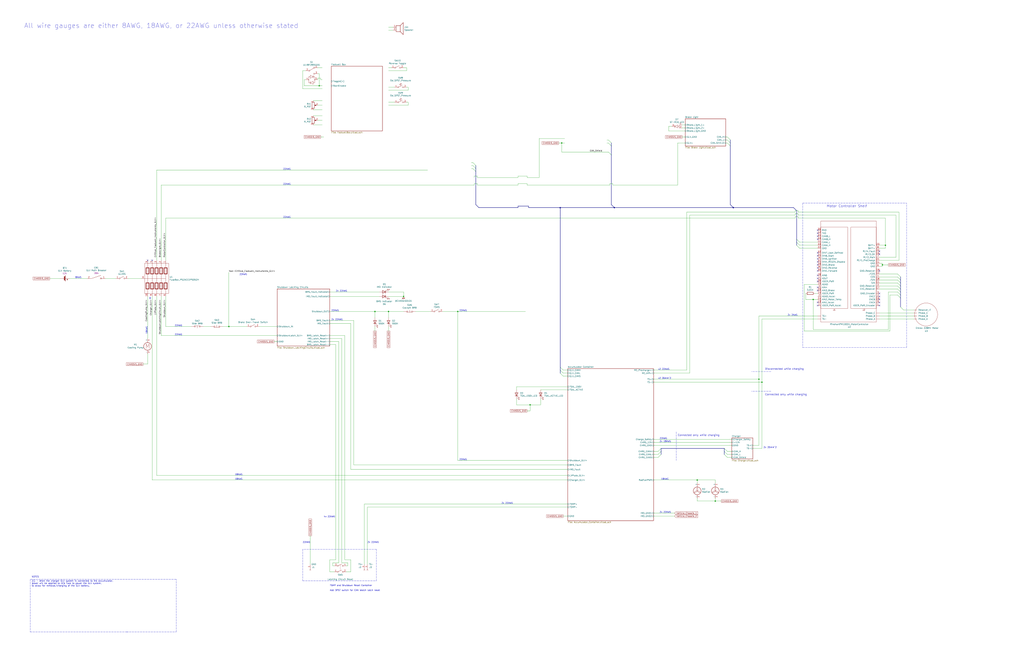
<source format=kicad_sch>
(kicad_sch (version 20211123) (generator eeschema)
  (paper "D")
  (title_block (title "NER FH 2020-2021 Master Electrical Schematic") (date "2022-01-30") (rev "15") (company "Northeastern Electric Racing") (comment 1 "https://github.com/Northeastern-Electric-Racing/NER") (comment 2 "For authors and other info, contact Chief Electrical Engineer"))
  (lib_symbols
    (symbol "Connector:Conn_01x01_Female" (pin_names (offset 1.016) hide)
      (property "Reference" "J" (at 0 2.54 0))
      (property "Value" "Conn_01x01_Female" (at 0 -2.54 0))
      (symbol "Conn_01x01_Female_1_1"
        (pin passive line (at -5.08 0 0) (length 3.81) (name "Pin_1") (number "1"))
      )
    )
    (symbol "Device:Battery_Cell" (pin_numbers hide) (pin_names (offset 0) hide)
      (property "Reference" "BT" (at 2.54 2.54 0))
      (property "Value" "Battery_Cell" (at 2.54 0 0))
      (symbol "Battery_Cell_1_1"
        (pin passive line (at 0 5.08 270) (length 2.54) (name "+") (number "1"))
        (pin passive line (at 0 -2.54 90) (length 2.54) (name "-") (number "2"))
      )
    )
    (symbol "Device:CircuitBreaker_1P"
      (property "Reference" "CB" (at 1.905 0 0))
      (property "Value" "CircuitBreaker_1P" (at 1.905 1.905 0))
      (symbol "CircuitBreaker_1P_1_1"
        (pin passive line (at 0 7.62 270) (length 2.54) (name "~") (number "1"))
        (pin passive line (at 0 -7.62 90) (length 2.54) (name "~") (number "2"))
      )
    )
    (symbol "Device:LED" (pin_numbers hide) (pin_names (offset 1.016) hide)
      (property "Reference" "D" (at 0 2.54 0))
      (property "Value" "LED" (at 0 -2.54 0))
      (symbol "LED_1_1"
        (pin passive line (at -3.81 0 0) (length 2.54) (name "K") (number "1"))
        (pin passive line (at 3.81 0 180) (length 2.54) (name "A") (number "2"))
      )
    )
    (symbol "Device:R" (pin_numbers hide) (pin_names (offset 0))
      (property "Reference" "R" (at 2.032 0 90))
      (property "Value" "R" (at 0 0 90))
      (symbol "R_1_1"
        (pin passive line (at 0 3.81 270) (length 1.27) (name "~") (number "1"))
        (pin passive line (at 0 -3.81 90) (length 1.27) (name "~") (number "2"))
      )
    )
    (symbol "Device:R_POT" (pin_names (offset 1.016) hide)
      (property "Reference" "RV" (at -4.445 0 90))
      (property "Value" "Device_R_POT" (at -2.54 0 90))
      (symbol "R_POT_1_1"
        (pin passive line (at 0 3.81 270) (length 1.27) (name "1") (number "1"))
        (pin passive line (at 3.81 0 180) (length 1.27) (name "2") (number "2"))
        (pin passive line (at 0 -3.81 90) (length 1.27) (name "3") (number "3"))
      )
    )
    (symbol "Device:Speaker" (pin_names (offset 0) hide)
      (property "Reference" "LS" (at 1.27 5.715 0))
      (property "Value" "Speaker" (at 1.27 3.81 0))
      (symbol "Speaker_1_1"
        (pin input line (at -5.08 0 0) (length 2.54) (name "1") (number "1"))
        (pin input line (at -5.08 -2.54 0) (length 2.54) (name "2") (number "2"))
      )
    )
    (symbol "Motor:Fan" (pin_names (offset 0))
      (property "Reference" "M" (at 2.54 5.08 0))
      (property "Value" "Fan" (at 2.54 -2.54 0))
      (symbol "Fan_1_1"
        (pin passive line (at 0 7.62 270) (length 2.54) (name "+") (number "1"))
        (pin passive line (at 0 -5.08 90) (length 2.54) (name "-") (number "2"))
      )
    )
    (symbol "Motor:Motor_DC" (pin_names (offset 0))
      (property "Reference" "M" (at 2.54 2.54 0))
      (property "Value" "Motor_DC" (at 2.54 -5.08 0))
      (symbol "Motor_DC_1_1"
        (pin passive line (at 0 5.08 270) (length 2.54) (name "+") (number "1"))
        (pin passive line (at 0 -7.62 90) (length 2.54) (name "-") (number "2"))
      )
    )
    (symbol "NER:Emrax228HV_Motor" (pin_names (offset 1.016))
      (property "Reference" "U" (at 0 3.81 0))
      (property "Value" "NER_Emrax228HV_Motor" (at 0 1.27 0))
      (symbol "Emrax228HV_Motor_1_1"
        (pin input line (at -10.16 -6.35 0) (length 2.54) (name "Phase_A") (number "~"))
        (pin input line (at -10.16 -8.89 0) (length 2.54) (name "Phase_B") (number "~"))
        (pin input line (at -10.16 -11.43 0) (length 2.54) (name "Phase_C") (number "~"))
        (pin input line (at -10.16 -13.97 0) (length 2.54) (name "Resolver_IF") (number "~"))
      )
    )
    (symbol "NER:FuseBox_PSZACCEPS052H" (pin_names (offset 1.016))
      (property "Reference" "U" (at 0 3.81 0))
      (property "Value" "NER_FuseBox_PSZACCEPS052H" (at 0 1.27 0))
      (symbol "FuseBox_PSZACCEPS052H_1_1"
        (pin power_in line (at 0 -22.86 90) (length 2.54) (name "~") (number "0"))
        (pin power_out line (at -15.24 -2.54 0) (length 2.54) (name "~") (number "1"))
        (pin power_out line (at 15.24 -17.78 180) (length 2.54) (name "~") (number "10"))
        (pin power_out line (at -15.24 -6.35 0) (length 2.54) (name "~") (number "2"))
        (pin power_out line (at -15.24 -10.16 0) (length 2.54) (name "~") (number "3"))
        (pin power_out line (at -15.24 -13.97 0) (length 2.54) (name "~") (number "4"))
        (pin power_out line (at -15.24 -17.78 0) (length 2.54) (name "~") (number "5"))
        (pin power_out line (at 15.24 -2.54 180) (length 2.54) (name "~") (number "6"))
        (pin power_out line (at 15.24 -6.35 180) (length 2.54) (name "~") (number "7"))
        (pin power_out line (at 15.24 -10.16 180) (length 2.54) (name "~") (number "8"))
        (pin power_out line (at 15.24 -13.97 180) (length 2.54) (name "~") (number "9"))
      )
    )
    (symbol "NER:RinehartPM100DX_MotorController" (pin_names (offset 1.016))
      (property "Reference" "U" (at 0 3.81 0))
      (property "Value" "NER_RinehartPM100DX_MotorController" (at 0 1.27 0))
      (symbol "RinehartPM100DX_MotorController_0_0"
        (text "J1" (at -12.7 -10.16 0) (effects (font (size 1.27 1.27))))
        (text "J2 " (at 12.7 -10.16 0) (effects (font (size 1.27 1.27))))
      )
      (symbol "RinehartPM100DX_MotorController_1_1"
        (pin input line (at -26.67 -13.97 0) (length 2.54) (name "XDCR_PWR_Accel") (number "1"))
        (pin input line (at 25.4 -13.97 180) (length 2.54) (name "XDCR_PWR_Encoder") (number "1"))
        (pin input line (at -26.67 -67.31 0) (length 2.54) (name "CANA_L") (number "11"))
        (pin input line (at 25.4 -33.02 180) (length 2.54) (name "SIN") (number "11"))
        (pin input line (at 25.4 -40.64 180) (length 2.54) (name "/COS") (number "12"))
        (pin input line (at -26.67 -74.93 0) (length 2.54) (name "TXD") (number "12"))
        (pin input line (at -26.67 -16.51 0) (length 2.54) (name "AIN1_Accel") (number "13"))
        (pin input line (at 25.4 -49.53 180) (length 2.54) (name "GND") (number "14"))
        (pin input line (at -26.67 -24.13 0) (length 2.54) (name "XDCR_PWR") (number "14"))
        (pin input line (at -26.67 -31.75 0) (length 2.54) (name "AGND") (number "15"))
        (pin output line (at 25.4 -57.15 180) (length 2.54) (name "RLY3_OK") (number "15"))
        (pin input line (at -26.67 -39.37 0) (length 2.54) (name "AIN6") (number "16"))
        (pin input line (at 25.4 -19.05 180) (length 2.54) (name "ENCB") (number "16"))
        (pin output line (at 25.4 -27.94 180) (length 2.54) (name "EXC_Resolver") (number "17"))
        (pin input line (at 25.4 -35.56 180) (length 2.54) (name "/SIN") (number "18"))
        (pin input line (at 25.4 -43.18 180) (length 2.54) (name "GND_Resolver") (number "19"))
        (pin input line (at -26.67 -21.59 0) (length 2.54) (name "AGND_Accel") (number "2"))
        (pin input line (at 25.4 -21.59 180) (length 2.54) (name "ENCZ") (number "2"))
        (pin input line (at -26.67 -48.26 0) (length 2.54) (name "DIN3_Brake") (number "20"))
        (pin input line (at -26.67 -55.88 0) (length 2.54) (name "DIN6_Start") (number "21"))
        (pin output line (at 25.4 -52.07 180) (length 2.54) (name "RLY1_PreCharge") (number "21"))
        (pin input line (at -26.67 -62.23 0) (length 2.54) (name "GND") (number "22"))
        (pin output line (at 25.4 -59.69 180) (length 2.54) (name "RLY4_Fault") (number "22"))
        (pin input line (at 25.4 -64.77 180) (length 2.54) (name "BATT+") (number "23"))
        (pin input line (at -26.67 -69.85 0) (length 2.54) (name "CANB_H") (number "23"))
        (pin input line (at -26.67 -19.05 0) (length 2.54) (name "AIN2_Motor_Temp") (number "24"))
        (pin input line (at -26.67 -26.67 0) (length 2.54) (name "AIN3_Brake") (number "25"))
        (pin input line (at -26.67 -34.29 0) (length 2.54) (name "XDCR_PWR") (number "26"))
        (pin input line (at -26.67 -29.21 0) (length 2.54) (name "AIN4") (number "3"))
        (pin input line (at 25.4 -24.13 180) (length 2.54) (name "GND_Encoder") (number "3"))
        (pin input line (at 25.4 -30.48 180) (length 2.54) (name "GND_Resolver") (number "3"))
        (pin input line (at -26.67 -43.18 0) (length 2.54) (name "DIN1_Forward") (number "30"))
        (pin input line (at -26.67 -50.8 0) (length 2.54) (name "DIN4_REGEN_Disable") (number "31"))
        (pin input line (at -26.67 -58.42 0) (length 2.54) (name "DIN7_User_Defined") (number "32"))
        (pin input line (at -26.67 -64.77 0) (length 2.54) (name "CANA_H") (number "33"))
        (pin input line (at -26.67 -72.39 0) (length 2.54) (name "CANB_L") (number "34"))
        (pin input line (at -26.67 -77.47 0) (length 2.54) (name "RXD") (number "35"))
        (pin input line (at -26.67 -36.83 0) (length 2.54) (name "AOUT") (number "4"))
        (pin input line (at 25.4 -38.1 180) (length 2.54) (name "COS") (number "4"))
        (pin input line (at 25.4 -46.99 180) (length 2.54) (name "GND") (number "6"))
        (pin output line (at 25.4 -54.61 180) (length 2.54) (name "RLY2_Main") (number "7"))
        (pin input line (at 25.4 -62.23 180) (length 2.54) (name "BATT+") (number "8"))
        (pin input line (at -26.67 -45.72 0) (length 2.54) (name "DIN2_Reverse") (number "8"))
        (pin input line (at -26.67 -53.34 0) (length 2.54) (name "DIN5_Ignition") (number "9"))
        (pin input line (at 25.4 -16.51 180) (length 2.54) (name "ENCA") (number "9"))
        (pin output line (at 25.4 -2.54 180) (length 2.54) (name "Phase_A") (number "~"))
        (pin output line (at 25.4 -5.08 180) (length 2.54) (name "Phase_B") (number "~"))
        (pin output line (at 25.4 -7.62 180) (length 2.54) (name "Phase_C") (number "~"))
        (pin input line (at -26.67 -5.08 0) (length 2.54) (name "TS+") (number "~"))
        (pin input line (at -26.67 -2.54 0) (length 2.54) (name "TS-") (number "~"))
      )
    )
    (symbol "NER:ST-R10_LED" (pin_names (offset 0) hide)
      (property "Reference" "D" (at 0 2.54 0))
      (property "Value" "NER_ST-R10_LED" (at 0 -3.81 0))
      (symbol "ST-R10_LED_1_1"
        (pin bidirectional line (at 3.81 1.27 180) (length 2.54) (name "+") (number "1"))
        (pin bidirectional line (at 3.81 -1.27 180) (length 2.54) (name "+") (number "2"))
        (pin bidirectional line (at -5.08 0 0) (length 2.54) (name "-") (number "3"))
      )
    )
    (symbol "NER:ULV8F2BSS331" (pin_names (offset 0) hide)
      (property "Reference" "S" (at 0 10.16 0))
      (property "Value" "NER_ULV8F2BSS331" (at 0 -8.89 0))
      (symbol "ULV8F2BSS331_1_1"
        (pin passive line (at 5.08 7.62 180) (length 2.54) (name "A") (number "1"))
        (pin passive line (at -5.08 5.08 0) (length 2.54) (name "B") (number "2"))
        (pin passive line (at 5.08 2.54 180) (length 2.54) (name "C") (number "3"))
        (pin bidirectional line (at -5.08 -2.54 0) (length 2.54) (name "LED(+)") (number "4"))
        (pin bidirectional line (at 5.08 -2.54 180) (length 2.54) (name "LED(-)") (number "5"))
      )
    )
    (symbol "Switch:SW_DPST" (pin_names (offset 0) hide)
      (property "Reference" "SW" (at 0 5.08 0))
      (property "Value" "SW_DPST" (at 0 -5.08 0))
      (symbol "SW_DPST_1_1"
        (pin passive line (at -5.08 -2.54 0) (length 2.54) (name "1") (number "1"))
        (pin passive line (at 5.08 -2.54 180) (length 2.54) (name "2") (number "2"))
        (pin passive line (at -5.08 2.54 0) (length 2.54) (name "3") (number "3"))
        (pin passive line (at 5.08 2.54 180) (length 2.54) (name "4") (number "4"))
      )
    )
    (symbol "Switch:SW_Push_Open" (pin_numbers hide) (pin_names (offset 1.016) hide)
      (property "Reference" "SW" (at 0 2.54 0))
      (property "Value" "SW_Push_Open" (at 0 -1.905 0))
      (symbol "SW_Push_Open_0_1"
        (pin passive line (at -5.08 0 0) (length 2.54) (name "A") (number "1"))
      )
      (symbol "SW_Push_Open_1_1"
        (pin passive line (at 5.08 0 180) (length 2.54) (name "B") (number "2"))
      )
    )
    (symbol "Switch:SW_SPST" (pin_names (offset 0) hide)
      (property "Reference" "SW" (at 0 3.175 0))
      (property "Value" "SW_SPST" (at 0 -2.54 0))
      (symbol "SW_SPST_1_1"
        (pin passive line (at -5.08 0 0) (length 2.54) (name "A") (number "1"))
        (pin passive line (at 5.08 0 180) (length 2.54) (name "B") (number "2"))
      )
    )
    (symbol "Switch:SW_SPST_Temperature" (pin_names (offset 0) hide)
      (property "Reference" "SW" (at 1.778 3.048 0))
      (property "Value" "SW_SPST_Temperature" (at 0 -2.54 0))
      (symbol "SW_SPST_Temperature_1_1"
        (pin passive line (at -5.08 0 0) (length 2.54) (name "A") (number "1"))
        (pin passive line (at 5.08 0 180) (length 2.54) (name "B") (number "2"))
      )
    )
    (symbol "power:GNDPWR" (power) (pin_names (offset 0))
      (property "Value" "GNDPWR" (at 0 -3.302 0))
      (symbol "GNDPWR_1_1"
        (pin power_in line (at 0 0 270) (length 0) hide (name "GNDPWR") (number "1"))
      )
    )
  )
  (junction (at 618.49 175.26))
  (junction (at 518.16 175.26))
  (junction (at 603.25 422.91))
  (junction (at 685.8 252.73))
  (junction (at 269.24 72.39))
  (junction (at 340.36 250.19))
  (junction (at 316.23 262.89))
  (junction (at 193.04 275.59))
  (junction (at 447.04 341.63))
  (junction (at 473.71 120.65))
  (junction (at 472.44 175.26))
  (junction (at 588.01 405.13))
  (junction (at 327.66 262.89))
  (junction (at 744.22 223.52))
  (junction (at 746.76 207.01))
  (junction (at 640.08 320.04))
  (junction (at 642.62 322.58))
  (junction (at 386.08 262.89))
  (no_connect (at 741.68 257.81))
  (no_connect (at 689.61 226.06))
  (no_connect (at 689.61 194.31))
  (no_connect (at 689.61 215.9))
  (no_connect (at 741.68 247.65))
  (no_connect (at 689.61 242.57))
  (no_connect (at 689.61 234.95))
  (no_connect (at 689.61 228.6))
  (no_connect (at 689.61 220.98))
  (no_connect (at 689.61 245.11))
  (no_connect (at 689.61 257.81))
  (no_connect (at 689.61 218.44))
  (no_connect (at 689.61 201.93))
  (no_connect (at 689.61 232.41))
  (no_connect (at 689.61 223.52))
  (no_connect (at 741.68 250.19))
  (no_connect (at 741.68 214.63))
  (no_connect (at 741.68 252.73))
  (no_connect (at 128.27 219.71))
  (no_connect (at 124.46 219.71))
  (no_connect (at 741.68 228.6))
  (no_connect (at 741.68 255.27))
  (no_connect (at 689.61 199.39))
  (no_connect (at 689.61 196.85))
  (no_connect (at 689.61 213.36))
  (no_connect (at 689.61 237.49))
  (no_connect (at 689.61 255.27))
  (no_connect (at 741.68 212.09))
  (bus_entry (at 756.92 246.38) (size 2.54 2.54))
  (bus_entry (at 756.92 243.84) (size 2.54 2.54))
  (bus_entry (at 756.92 236.22) (size 2.54 2.54))
  (bus_entry (at 674.37 209.55) (size -2.54 -2.54))
  (bus_entry (at 610.87 381) (size 2.54 2.54))
  (bus_entry (at 674.37 207.01) (size -2.54 -2.54))
  (bus_entry (at 554.99 386.08) (size 2.54 -2.54))
  (bus_entry (at 762 261.62) (size -2.54 -2.54))
  (bus_entry (at 756.92 248.92) (size 2.54 2.54))
  (bus_entry (at 474.98 317.5) (size -2.54 -2.54))
  (bus_entry (at 615.95 118.11) (size -2.54 -2.54))
  (bus_entry (at 756.92 241.3) (size 2.54 2.54))
  (bus_entry (at 513.08 128.27) (size 2.54 2.54))
  (bus_entry (at 398.78 142.24) (size 2.54 2.54))
  (bus_entry (at 513.08 118.11) (size 2.54 2.54))
  (bus_entry (at 474.98 312.42) (size -2.54 -2.54))
  (bus_entry (at 671.83 201.93) (size 2.54 2.54))
  (bus_entry (at 756.92 238.76) (size 2.54 2.54))
  (bus_entry (at 554.99 381) (size 2.54 -2.54))
  (bus_entry (at 398.78 139.7) (size 2.54 2.54))
  (bus_entry (at 756.92 231.14) (size 2.54 2.54))
  (bus_entry (at 613.41 381) (size -2.54 -2.54))
  (bus_entry (at 513.08 120.65) (size 2.54 2.54))
  (bus_entry (at 613.41 120.65) (size 2.54 2.54))
  (bus_entry (at 557.53 381) (size -2.54 2.54))
  (bus_entry (at 472.44 312.42) (size 2.54 2.54))
  (bus_entry (at 756.92 233.68) (size 2.54 2.54))
  (bus_entry (at 398.78 137.16) (size 2.54 2.54))
  (bus_entry (at 613.41 118.11) (size 2.54 2.54))
  (bus_entry (at 613.41 386.08) (size -2.54 -2.54))
  (bus (pts (xy 615.95 123.19) (xy 615.95 172.72)))
  (wire (pts (xy 741.68 217.17) (xy 755.65 217.17)))
  (bus (pts (xy 610.87 381) (xy 610.87 383.54)))
  (polyline (pts (xy 676.91 293.37) (xy 764.54 293.37)))
  (wire (pts (xy 447.04 341.63) (xy 447.04 346.71)))
  (wire (pts (xy 551.18 322.58) (xy 642.62 322.58)))
  (wire (pts (xy 267.97 66.04) (xy 270.51 66.04)))
  (wire (pts (xy 295.91 273.05) (xy 278.13 273.05)))
  (wire (pts (xy 588.01 405.13) (xy 603.25 405.13)))
  (wire (pts (xy 741.68 209.55) (xy 746.76 209.55)))
  (wire (pts (xy 478.79 425.45) (xy 307.34 425.45)))
  (bus (pts (xy 557.53 381) (xy 557.53 383.54)))
  (wire (pts (xy 342.9 86.36) (xy 344.17 86.36)))
  (wire (pts (xy 741.68 224.79) (xy 744.22 224.79)))
  (wire (pts (xy 288.29 285.75) (xy 288.29 474.98)))
  (wire (pts (xy 264.16 105.41) (xy 271.78 105.41)))
  (wire (pts (xy 193.04 275.59) (xy 208.28 275.59)))
  (polyline (pts (xy 148.59 488.95) (xy 25.4 488.95)))
  (bus (pts (xy 671.83 177.8) (xy 671.83 201.93)))
  (wire (pts (xy 436.88 156.21) (xy 436.88 154.94)))
  (bus (pts (xy 615.95 172.72) (xy 618.49 175.26)))
  (wire (pts (xy 744.22 222.25) (xy 744.22 223.52)))
  (wire (pts (xy 316.23 267.97) (xy 316.23 262.89)))
  (bus (pts (xy 671.83 201.93) (xy 671.83 204.47)))
  (bus (pts (xy 610.87 378.46) (xy 610.87 381)))
  (wire (pts (xy 271.78 74.93) (xy 255.27 74.93)))
  (wire (pts (xy 551.18 370.84) (xy 617.22 370.84)))
  (wire (pts (xy 444.5 148.59) (xy 444.5 149.86)))
  (wire (pts (xy 444.5 154.94) (xy 444.5 156.21)))
  (wire (pts (xy 397.51 142.24) (xy 398.78 142.24)))
  (wire (pts (xy 741.68 207.01) (xy 746.76 207.01)))
  (wire (pts (xy 750.57 248.92) (xy 756.92 248.92)))
  (bus (pts (xy 436.88 173.99) (xy 445.77 173.99)))
  (wire (pts (xy 516.89 156.21) (xy 571.5 156.21)))
  (wire (pts (xy 327.66 86.36) (xy 332.74 86.36)))
  (wire (pts (xy 128.27 250.19) (xy 128.27 405.13)))
  (wire (pts (xy 344.17 88.9) (xy 327.66 88.9)))
  (wire (pts (xy 400.05 156.21) (xy 400.05 154.94)))
  (bus (pts (xy 515.62 120.65) (xy 515.62 123.19)))
  (wire (pts (xy 107.95 234.95) (xy 119.38 234.95)))
  (bus (pts (xy 759.46 233.68) (xy 759.46 236.22)))
  (bus (pts (xy 759.46 236.22) (xy 759.46 238.76)))
  (wire (pts (xy 474.98 435.61) (xy 478.79 435.61)))
  (wire (pts (xy 344.17 73.66) (xy 344.17 76.2)))
  (wire (pts (xy 267.97 62.23) (xy 269.24 62.23)))
  (bus (pts (xy 401.32 142.24) (xy 401.32 144.78)))
  (wire (pts (xy 261.62 452.12) (xy 261.62 476.25)))
  (wire (pts (xy 685.8 252.73) (xy 685.8 278.13)))
  (wire (pts (xy 340.36 57.15) (xy 342.9 57.15)))
  (wire (pts (xy 267.97 57.15) (xy 271.78 57.15)))
  (wire (pts (xy 577.85 120.65) (xy 571.5 120.65)))
  (wire (pts (xy 264.16 92.71) (xy 271.78 92.71)))
  (wire (pts (xy 673.1 179.07) (xy 758.19 179.07)))
  (wire (pts (xy 635 378.46) (xy 642.62 378.46)))
  (wire (pts (xy 617.22 381) (xy 613.41 381)))
  (wire (pts (xy 280.67 477.52) (xy 280.67 474.98)))
  (bus (pts (xy 445.77 175.26) (xy 472.44 175.26)))
  (wire (pts (xy 455.93 336.55) (xy 455.93 341.63)))
  (wire (pts (xy 132.08 401.32) (xy 478.79 401.32)))
  (wire (pts (xy 758.19 179.07) (xy 758.19 219.71)))
  (bus (pts (xy 472.44 309.88) (xy 472.44 312.42)))
  (bus (pts (xy 515.62 172.72) (xy 518.16 175.26)))
  (wire (pts (xy 402.59 156.21) (xy 436.88 156.21)))
  (wire (pts (xy 670.56 179.07) (xy 670.56 177.8)))
  (wire (pts (xy 278.13 262.89) (xy 316.23 262.89)))
  (wire (pts (xy 128.27 405.13) (xy 478.79 405.13)))
  (wire (pts (xy 132.08 143.51) (xy 360.68 143.51)))
  (wire (pts (xy 762 261.62) (xy 770.89 261.62)))
  (wire (pts (xy 139.7 275.59) (xy 161.29 275.59)))
  (wire (pts (xy 478.79 392.43) (xy 298.45 392.43)))
  (wire (pts (xy 295.91 396.24) (xy 478.79 396.24)))
  (wire (pts (xy 741.68 269.24) (xy 770.89 269.24)))
  (wire (pts (xy 563.88 110.49) (xy 563.88 106.68)))
  (bus (pts (xy 618.49 175.26) (xy 669.29 175.26)))
  (bus (pts (xy 472.44 312.42) (xy 472.44 314.96)))
  (wire (pts (xy 617.22 383.54) (xy 613.41 383.54)))
  (wire (pts (xy 551.18 381) (xy 554.99 381)))
  (wire (pts (xy 746.76 207.01) (xy 746.76 209.55)))
  (polyline (pts (xy 764.54 293.37) (xy 764.54 171.45)))
  (wire (pts (xy 741.68 222.25) (xy 744.22 222.25)))
  (wire (pts (xy 139.7 184.15) (xy 139.7 219.71)))
  (wire (pts (xy 478.79 314.96) (xy 474.98 314.96)))
  (wire (pts (xy 588.01 422.91) (xy 603.25 422.91)))
  (wire (pts (xy 88.9 234.95) (xy 97.79 234.95)))
  (bus (pts (xy 759.46 243.84) (xy 759.46 246.38)))
  (wire (pts (xy 689.61 209.55) (xy 674.37 209.55)))
  (wire (pts (xy 473.71 120.65) (xy 476.25 120.65)))
  (wire (pts (xy 670.56 181.61) (xy 670.56 180.34)))
  (wire (pts (xy 581.66 181.61) (xy 581.66 314.96)))
  (polyline (pts (xy 650.24 313.69) (xy 633.73 313.69)))
  (bus (pts (xy 557.53 378.46) (xy 610.87 378.46)))
  (wire (pts (xy 350.52 262.89) (xy 363.22 262.89)))
  (wire (pts (xy 402.59 148.59) (xy 400.05 148.59)))
  (bus (pts (xy 759.46 241.3) (xy 759.46 243.84)))
  (wire (pts (xy 741.68 264.16) (xy 770.89 264.16)))
  (bus (pts (xy 759.46 251.46) (xy 759.46 259.08)))
  (wire (pts (xy 402.59 149.86) (xy 436.88 149.86)))
  (wire (pts (xy 255.27 59.69) (xy 255.27 74.93)))
  (wire (pts (xy 454.66 116.84) (xy 454.66 149.86)))
  (bus (pts (xy 671.83 177.8) (xy 669.29 175.26)))
  (polyline (pts (xy 255.27 463.55) (xy 255.27 490.22)))
  (wire (pts (xy 444.5 156.21) (xy 514.35 156.21)))
  (wire (pts (xy 478.79 317.5) (xy 474.98 317.5)))
  (wire (pts (xy 342.9 73.66) (xy 344.17 73.66)))
  (wire (pts (xy 278.13 250.19) (xy 320.04 250.19)))
  (wire (pts (xy 670.56 182.88) (xy 673.1 182.88)))
  (wire (pts (xy 551.18 314.96) (xy 581.66 314.96)))
  (wire (pts (xy 135.89 156.21) (xy 135.89 219.71)))
  (wire (pts (xy 285.75 288.29) (xy 285.75 474.98)))
  (bus (pts (xy 557.53 378.46) (xy 557.53 381)))
  (wire (pts (xy 283.21 290.83) (xy 283.21 472.44)))
  (wire (pts (xy 678.18 279.4) (xy 750.57 279.4)))
  (wire (pts (xy 746.76 184.15) (xy 746.76 207.01)))
  (wire (pts (xy 579.12 179.07) (xy 670.56 179.07)))
  (wire (pts (xy 455.93 328.93) (xy 478.79 328.93)))
  (wire (pts (xy 447.04 341.63) (xy 435.61 341.63)))
  (wire (pts (xy 295.91 273.05) (xy 295.91 396.24)))
  (wire (pts (xy 316.23 279.4) (xy 316.23 275.59)))
  (wire (pts (xy 218.44 275.59) (xy 233.68 275.59)))
  (wire (pts (xy 139.7 184.15) (xy 670.56 184.15)))
  (wire (pts (xy 603.25 405.13) (xy 603.25 407.67)))
  (wire (pts (xy 435.61 326.39) (xy 478.79 326.39)))
  (wire (pts (xy 295.91 472.44) (xy 290.83 472.44)))
  (wire (pts (xy 551.18 435.61) (xy 568.96 435.61)))
  (wire (pts (xy 327.66 246.38) (xy 340.36 246.38)))
  (wire (pts (xy 551.18 386.08) (xy 554.99 386.08)))
  (wire (pts (xy 603.25 422.91) (xy 608.33 422.91)))
  (wire (pts (xy 673.1 180.34) (xy 673.1 181.61)))
  (wire (pts (xy 679.45 247.65) (xy 679.45 252.73)))
  (polyline (pts (xy 106.68 533.4) (xy 148.59 533.4)))
  (wire (pts (xy 373.38 262.89) (xy 386.08 262.89)))
  (wire (pts (xy 689.61 247.65) (xy 687.07 247.65)))
  (wire (pts (xy 271.78 67.31) (xy 270.51 67.31)))
  (wire (pts (xy 435.61 326.39) (xy 435.61 328.93)))
  (wire (pts (xy 280.67 474.98) (xy 285.75 474.98)))
  (wire (pts (xy 750.57 279.4) (xy 750.57 248.92)))
  (wire (pts (xy 603.25 420.37) (xy 603.25 422.91)))
  (wire (pts (xy 571.5 156.21) (xy 571.5 120.65)))
  (wire (pts (xy 673.1 177.8) (xy 673.1 179.07)))
  (wire (pts (xy 307.34 425.45) (xy 307.34 476.25)))
  (wire (pts (xy 744.22 223.52) (xy 744.22 224.79)))
  (polyline (pts (xy 676.91 171.45) (xy 764.54 171.45)))
  (bus (pts (xy 671.83 204.47) (xy 671.83 207.01)))
  (polyline (pts (xy 25.4 533.4) (xy 107.95 533.4)))
  (wire (pts (xy 551.18 312.42) (xy 579.12 312.42)))
  (wire (pts (xy 292.1 477.52) (xy 293.37 477.52)))
  (wire (pts (xy 551.18 373.38) (xy 617.22 373.38)))
  (wire (pts (xy 741.68 266.7) (xy 770.89 266.7)))
  (wire (pts (xy 344.17 76.2) (xy 327.66 76.2)))
  (wire (pts (xy 642.62 378.46) (xy 642.62 322.58)))
  (bus (pts (xy 401.32 172.72) (xy 403.86 175.26)))
  (wire (pts (xy 278.13 288.29) (xy 285.75 288.29)))
  (wire (pts (xy 551.18 433.07) (xy 568.96 433.07)))
  (wire (pts (xy 342.9 59.69) (xy 327.66 59.69)))
  (wire (pts (xy 640.08 320.04) (xy 640.08 375.92)))
  (wire (pts (xy 264.16 97.79) (xy 271.78 97.79)))
  (polyline (pts (xy 255.27 490.22) (xy 317.5 490.22)))
  (polyline (pts (xy 25.4 488.95) (xy 25.4 533.4)))
  (wire (pts (xy 577.85 115.57) (xy 575.31 115.57)))
  (wire (pts (xy 670.56 180.34) (xy 673.1 180.34)))
  (wire (pts (xy 309.88 427.99) (xy 478.79 427.99)))
  (wire (pts (xy 436.88 154.94) (xy 444.5 154.94)))
  (polyline (pts (xy 676.91 171.45) (xy 676.91 293.37)))
  (wire (pts (xy 327.66 22.86) (xy 331.47 22.86)))
  (wire (pts (xy 139.7 250.19) (xy 139.7 275.59)))
  (wire (pts (xy 386.08 388.62) (xy 478.79 388.62)))
  (wire (pts (xy 340.36 246.38) (xy 340.36 250.19)))
  (wire (pts (xy 273.05 115.57) (xy 270.51 115.57)))
  (bus (pts (xy 759.46 248.92) (xy 759.46 251.46)))
  (wire (pts (xy 295.91 472.44) (xy 295.91 482.6)))
  (wire (pts (xy 327.66 250.19) (xy 340.36 250.19)))
  (wire (pts (xy 575.31 107.95) (xy 577.85 107.95)))
  (wire (pts (xy 327.66 279.4) (xy 327.66 275.59)))
  (wire (pts (xy 673.1 184.15) (xy 746.76 184.15)))
  (wire (pts (xy 513.08 128.27) (xy 473.71 128.27)))
  (wire (pts (xy 642.62 269.24) (xy 642.62 322.58)))
  (wire (pts (xy 327.66 57.15) (xy 330.2 57.15)))
  (wire (pts (xy 635 375.92) (xy 640.08 375.92)))
  (wire (pts (xy 342.9 57.15) (xy 342.9 59.69)))
  (wire (pts (xy 278.13 270.51) (xy 298.45 270.51)))
  (wire (pts (xy 476.25 116.84) (xy 454.66 116.84)))
  (wire (pts (xy 588.01 420.37) (xy 588.01 422.91)))
  (wire (pts (xy 292.1 482.6) (xy 295.91 482.6)))
  (wire (pts (xy 171.45 275.59) (xy 177.8 275.59)))
  (wire (pts (xy 269.24 72.39) (xy 271.78 72.39)))
  (wire (pts (xy 640.08 266.7) (xy 640.08 320.04)))
  (wire (pts (xy 478.79 312.42) (xy 474.98 312.42)))
  (wire (pts (xy 255.27 59.69) (xy 257.81 59.69)))
  (wire (pts (xy 673.1 182.88) (xy 673.1 184.15)))
  (wire (pts (xy 756.92 231.14) (xy 741.68 231.14)))
  (wire (pts (xy 135.89 156.21) (xy 400.05 156.21)))
  (wire (pts (xy 270.51 66.04) (xy 270.51 67.31)))
  (bus (pts (xy 436.88 175.26) (xy 436.88 173.99)))
  (wire (pts (xy 444.5 149.86) (xy 454.66 149.86)))
  (wire (pts (xy 678.18 240.03) (xy 678.18 279.4)))
  (wire (pts (xy 386.08 262.89) (xy 443.23 262.89)))
  (wire (pts (xy 436.88 148.59) (xy 444.5 148.59)))
  (wire (pts (xy 435.61 336.55) (xy 435.61 341.63)))
  (wire (pts (xy 613.41 115.57) (xy 612.14 115.57)))
  (wire (pts (xy 689.61 240.03) (xy 678.18 240.03)))
  (wire (pts (xy 402.59 149.86) (xy 402.59 148.59)))
  (wire (pts (xy 741.68 243.84) (xy 756.92 243.84)))
  (wire (pts (xy 551.18 383.54) (xy 554.99 383.54)))
  (wire (pts (xy 397.51 139.7) (xy 398.78 139.7)))
  (bus (pts (xy 445.77 173.99) (xy 445.77 175.26)))
  (wire (pts (xy 689.61 252.73) (xy 685.8 252.73)))
  (wire (pts (xy 269.24 62.23) (xy 269.24 72.39)))
  (wire (pts (xy 132.08 250.19) (xy 132.08 401.32)))
  (wire (pts (xy 278.13 472.44) (xy 283.21 472.44)))
  (wire (pts (xy 187.96 275.59) (xy 193.04 275.59)))
  (wire (pts (xy 135.89 283.21) (xy 233.68 283.21)))
  (wire (pts (xy 447.04 341.63) (xy 455.93 341.63)))
  (polyline (pts (xy 317.5 463.55) (xy 255.27 463.55)))
  (bus (pts (xy 401.32 139.7) (xy 401.32 142.24)))
  (wire (pts (xy 511.81 120.65) (xy 513.08 120.65)))
  (wire (pts (xy 256.54 72.39) (xy 256.54 67.31)))
  (bus (pts (xy 401.32 144.78) (xy 401.32 172.72)))
  (wire (pts (xy 283.21 290.83) (xy 278.13 290.83)))
  (wire (pts (xy 327.66 25.4) (xy 331.47 25.4)))
  (wire (pts (xy 640.08 266.7) (xy 689.61 266.7)))
  (wire (pts (xy 674.37 204.47) (xy 689.61 204.47)))
  (wire (pts (xy 257.81 67.31) (xy 256.54 67.31)))
  (wire (pts (xy 577.85 110.49) (xy 563.88 110.49)))
  (wire (pts (xy 278.13 472.44) (xy 278.13 482.6)))
  (wire (pts (xy 551.18 375.92) (xy 617.22 375.92)))
  (wire (pts (xy 327.66 73.66) (xy 332.74 73.66)))
  (wire (pts (xy 744.22 223.52) (xy 749.3 223.52)))
  (wire (pts (xy 267.97 101.6) (xy 271.78 101.6)))
  (polyline (pts (xy 317.5 490.22) (xy 317.5 463.55)))
  (wire (pts (xy 327.66 267.97) (xy 327.66 262.89)))
  (wire (pts (xy 685.8 252.73) (xy 679.45 252.73)))
  (wire (pts (xy 278.13 482.6) (xy 281.94 482.6)))
  (wire (pts (xy 124.46 250.19) (xy 124.46 285.75)))
  (wire (pts (xy 344.17 86.36) (xy 344.17 88.9)))
  (wire (pts (xy 674.37 207.01) (xy 689.61 207.01)))
  (polyline (pts (xy 650.24 330.2) (xy 633.73 330.2)))
  (wire (pts (xy 642.62 269.24) (xy 689.61 269.24)))
  (wire (pts (xy 267.97 67.31) (xy 267.97 66.04)))
  (wire (pts (xy 271.78 88.9) (xy 267.97 88.9)))
  (wire (pts (xy 673.1 181.61) (xy 755.65 181.61)))
  (wire (pts (xy 327.66 262.89) (xy 340.36 262.89)))
  (wire (pts (xy 758.19 219.71) (xy 741.68 219.71)))
  (wire (pts (xy 264.16 85.09) (xy 271.78 85.09)))
  (wire (pts (xy 402.59 154.94) (xy 402.59 156.21)))
  (wire (pts (xy 316.23 262.89) (xy 327.66 262.89)))
  (bus (pts (xy 759.46 238.76) (xy 759.46 241.3)))
  (wire (pts (xy 741.68 241.3) (xy 756.92 241.3)))
  (wire (pts (xy 58.42 234.95) (xy 73.66 234.95)))
  (wire (pts (xy 278.13 283.21) (xy 290.83 283.21)))
  (wire (pts (xy 575.31 105.41) (xy 577.85 105.41)))
  (wire (pts (xy 473.71 120.65) (xy 473.71 128.27)))
  (wire (pts (xy 309.88 476.25) (xy 309.88 427.99)))
  (bus (pts (xy 472.44 175.26) (xy 518.16 175.26)))
  (bus (pts (xy 515.62 123.19) (xy 515.62 130.81)))
  (wire (pts (xy 511.81 118.11) (xy 513.08 118.11)))
  (wire (pts (xy 278.13 285.75) (xy 288.29 285.75)))
  (wire (pts (xy 397.51 137.16) (xy 398.78 137.16)))
  (wire (pts (xy 756.92 238.76) (xy 741.68 238.76)))
  (wire (pts (xy 124.46 298.45) (xy 124.46 307.34)))
  (wire (pts (xy 588.01 405.13) (xy 551.18 405.13)))
  (bus (pts (xy 403.86 175.26) (xy 436.88 175.26)))
  (wire (pts (xy 293.37 477.52) (xy 293.37 474.98)))
  (wire (pts (xy 756.92 236.22) (xy 741.68 236.22)))
  (wire (pts (xy 749.3 278.13) (xy 749.3 246.38)))
  (wire (pts (xy 617.22 386.08) (xy 613.41 386.08)))
  (bus (pts (xy 615.95 120.65) (xy 615.95 123.19)))
  (wire (pts (xy 436.88 149.86) (xy 436.88 148.59)))
  (wire (pts (xy 41.91 234.95) (xy 50.8 234.95)))
  (wire (pts (xy 551.18 320.04) (xy 640.08 320.04)))
  (wire (pts (xy 298.45 270.51) (xy 298.45 392.43)))
  (wire (pts (xy 563.88 106.68) (xy 566.42 106.68)))
  (wire (pts (xy 269.24 72.39) (xy 256.54 72.39)))
  (polyline (pts (xy 148.59 533.4) (xy 148.59 488.95)))
  (wire (pts (xy 579.12 179.07) (xy 579.12 312.42)))
  (wire (pts (xy 612.14 118.11) (xy 613.41 118.11)))
  (bus (pts (xy 472.44 175.26) (xy 472.44 309.88)))
  (wire (pts (xy 588.01 405.13) (xy 588.01 407.67)))
  (wire (pts (xy 400.05 148.59) (xy 400.05 149.86)))
  (wire (pts (xy 135.89 250.19) (xy 135.89 283.21)))
  (bus (pts (xy 759.46 246.38) (xy 759.46 248.92)))
  (wire (pts (xy 132.08 143.51) (xy 132.08 219.71)))
  (wire (pts (xy 514.35 156.21) (xy 514.35 154.94)))
  (wire (pts (xy 124.46 307.34) (xy 120.65 307.34)))
  (wire (pts (xy 670.56 184.15) (xy 670.56 182.88)))
  (wire (pts (xy 756.92 233.68) (xy 741.68 233.68)))
  (wire (pts (xy 516.89 154.94) (xy 516.89 156.21)))
  (wire (pts (xy 400.05 154.94) (xy 402.59 154.94)))
  (wire (pts (xy 293.37 474.98) (xy 288.29 474.98)))
  (wire (pts (xy 514.35 154.94) (xy 516.89 154.94)))
  (wire (pts (xy 447.04 346.71) (xy 444.5 346.71)))
  (polyline (pts (xy 570.23 364.49) (xy 570.23 388.62)))
  (wire (pts (xy 278.13 246.38) (xy 320.04 246.38)))
  (wire (pts (xy 471.17 120.65) (xy 473.71 120.65)))
  (wire (pts (xy 612.14 120.65) (xy 613.41 120.65)))
  (bus (pts (xy 615.95 118.11) (xy 615.95 120.65)))
  (wire (pts (xy 755.65 181.61) (xy 755.65 217.17)))
  (wire (pts (xy 670.56 177.8) (xy 673.1 177.8)))
  (wire (pts (xy 290.83 283.21) (xy 290.83 472.44)))
  (wire (pts (xy 386.08 262.89) (xy 386.08 388.62)))
  (wire (pts (xy 581.66 181.61) (xy 670.56 181.61)))
  (bus (pts (xy 515.62 130.81) (xy 515.62 172.72)))
  (wire (pts (xy 685.8 278.13) (xy 749.3 278.13)))
  (wire (pts (xy 749.3 246.38) (xy 756.92 246.38)))
  (wire (pts (xy 193.04 229.87) (xy 193.04 275.59)))
  (bus (pts (xy 518.16 175.26) (xy 618.49 175.26)))
  (wire (pts (xy 281.94 477.52) (xy 280.67 477.52)))
  (wire (pts (xy 231.14 288.29) (xy 233.68 288.29)))
  (text "22AWG" (at 238.76 156.21 0) (effects (font (size 1.27 1.27)) (justify left bottom)))
  (text "18AWG" (at 198.12 401.32 0) (effects (font (size 1.27 1.27)) (justify left bottom)))
  (text "2x 22AWG" (at 422.91 425.45 0) (effects (font (size 1.27 1.27)) (justify left bottom)))
  (text "NOTES" (at 26.67 487.68 0) (effects (font (size 1.27 1.27)) (justify left bottom)))
  (text "4x 22AWG" (at 273.05 436.88 0) (effects (font (size 1.27 1.27)) (justify left bottom)))
  (text "Connected only while charging" (at 645.16 334.01 0) (effects (font (size 1.5 1.5)) (justify left bottom)))
  (text "18AWG" (at 124.46 281.94 90) (effects (font (size 1.27 1.27)) (justify left bottom)))
  (text "Connected only while charging" (at 571.5 368.3 0) (effects (font (size 1.5 1.5)) (justify left bottom)))
  (text "8AWG" (at 63.5 234.95 0) (effects (font (size 1.27 1.27)) (justify left bottom)))
  (text "22AWG" (at 279.4 262.89 0) (effects (font (size 1.27 1.27)) (justify left bottom)))
  (text "18AWG" (at 557.53 405.13 0) (effects (font (size 1.27 1.27)) (justify left bottom)))
  (text "22AWG" (at 147.32 275.59 0) (effects (font (size 1.27 1.27)) (justify left bottom)))
  (text "2x 35mm^2" (at 643.89 378.46 0) (effects (font (size 1.27 1.27)) (justify left bottom)))
  (text "2x 2AWG" (at 664.21 266.7 0) (effects (font (size 1.27 1.27)) (justify left bottom)))
  (text "TSMP and Shutdown Reset Container\n\nAdd 3PST switch for CAN Watch latch reset" (at 278.13 499.11 0) (effects (font (size 1.27 1.27)) (justify left bottom)))
  (text "Motor Controller Shelf" (at 697.23 175.26 0) (effects (font (size 2.0066 2.0066)) (justify left bottom)))
  (text "All wire gauges are either 8AWG, 18AWG, or 22AWG unless otherwise stated" (at 20.32 24.13 0) (effects (font (size 3.9878 3.9878)) (justify left bottom)))
  (text "(1) - When the charger GLV system is connected to the accumulator, \npower will be applied to this fuse to power the GLV system, \nto allow for removal/charging of the GLV battery." (at 26.67 495.3 0) (effects (font (size 1.27 1.27)) (justify left bottom)))
  (text "2x 18AWG" (at 556.26 373.38 0) (effects (font (size 1.27 1.27)) (justify left bottom)))
  (text "22AWG" (at 201.93 232.41 0) (effects (font (size 1.27 1.27)) (justify left bottom)))
  (text "2x 22AWG" (at 309.88 458.47 0) (effects (font (size 1.27 1.27)) (justify left bottom)))
  (text "22AWG" (at 238.76 184.15 0) (effects (font (size 1.27 1.27)) (justify left bottom)))
  (text "2x 22AWG" (at 283.21 246.38 0) (effects (font (size 1.27 1.27)) (justify left bottom)))
  (text "x2 22AWG" (at 554.99 312.42 0) (effects (font (size 1.27 1.27)) (justify left bottom)))
  (text "22AWG" (at 387.35 262.89 0) (effects (font (size 1.27 1.27)) (justify left bottom)))
  (text "22AWG" (at 255.27 458.47 0) (effects (font (size 1.27 1.27)) (justify left bottom)))
  (text "2x 22AWG" (at 556.26 433.07 0) (effects (font (size 1.27 1.27)) (justify left bottom)))
  (text "2x 22AWG" (at 279.4 270.51 0) (effects (font (size 1.27 1.27)) (justify left bottom)))
  (text "18AWG" (at 198.12 405.13 0) (effects (font (size 1.27 1.27)) (justify left bottom)))
  (text "22AWG" (at 556.26 370.84 0) (effects (font (size 1.27 1.27)) (justify left bottom)))
  (text "22AWG" (at 238.76 143.51 0) (effects (font (size 1.27 1.27)) (justify left bottom)))
  (text "x2 35mm^2" (at 554.99 320.04 0) (effects (font (size 1.27 1.27)) (justify left bottom)))
  (text "22AWG" (at 387.35 388.62 0) (effects (font (size 1.27 1.27)) (justify left bottom)))
  (text "(1)" (at 127 252.73 90) (effects (font (size 0.75 0.75)) (justify left bottom)))
  (text "22AWG" (at 147.32 283.21 0) (effects (font (size 1.27 1.27)) (justify left bottom)))
  (text "Disconnected while charging" (at 645.16 312.42 0) (effects (font (size 1.5 1.5)) (justify left bottom)))
  (label "Charger_GLV+" (at 128.27 252.73 270))
  (label "MotorController_GLV+" (at 139.7 217.17 90))
  (label "CAN_Shield" (at 508 128.27 180))
  (label "BrakeLight_GLV+" (at 135.89 217.17 90))
  (label "CoolingPump_GLV+" (at 124.46 252.73 270))
  (label "Non-Critical_Footwell_Instruments_GLV+" (at 193.04 229.87 0))
  (label "Critical_Footwell_Instruments_GLV+" (at 132.08 217.17 90))
  (label "LVPlate_GLV+" (at 132.08 252.73 270))
  (label "ShutdownLatchingCircuit_GLV+" (at 135.89 252.73 270))
  (label "Shutdown_GLV+" (at 139.7 252.73 270))
  (global_label "CHASSIS_GND" (shape passive) (at 575.31 115.57 180) (property "Intersheet References" "${INTERSHEET_REFS}" (effects hide)))
  (global_label "CHASSIS_GND" (shape passive) (at 270.51 115.57 180) (property "Intersheet References" "${INTERSHEET_REFS}" (effects hide)))
  (global_label "CHASSIS_GND" (shape passive) (at 444.5 346.71 180) (property "Intersheet References" "${INTERSHEET_REFS}" (effects hide)))
  (global_label "CHASSIS_GND" (shape passive) (at 471.17 120.65 180) (property "Intersheet References" "${INTERSHEET_REFS}" (effects hide)))
  (global_label "CHASSIS_GND" (shape passive) (at 41.91 234.95 180) (property "Intersheet References" "${INTERSHEET_REFS}" (effects hide)))
  (global_label "CHASSIS_GND" (shape passive) (at 120.65 307.34 180) (property "Intersheet References" "${INTERSHEET_REFS}" (effects hide)))
  (global_label "Vehicle_Chassis_1" (shape input) (at 568.96 433.07 0) (property "Intersheet References" "${INTERSHEET_REFS}" (effects hide)))
  (global_label "CHASSIS_GND" (shape passive) (at 749.3 223.52 0) (property "Intersheet References" "${INTERSHEET_REFS}" (effects hide)))
  (global_label "CHASSIS_GND" (shape passive) (at 608.33 422.91 0) (property "Intersheet References" "${INTERSHEET_REFS}" (effects hide)))
  (global_label "CHASSIS_GND" (shape passive) (at 261.62 452.12 90) (property "Intersheet References" "${INTERSHEET_REFS}" (effects hide)))
  (global_label "CHASSIS_GND" (shape passive) (at 316.23 279.4 270) (property "Intersheet References" "${INTERSHEET_REFS}" (effects hide)))
  (global_label "CHASSIS_GND" (shape passive) (at 474.98 435.61 180) (property "Intersheet References" "${INTERSHEET_REFS}" (effects hide)))
  (global_label "Vehicle_Chassis_2" (shape input) (at 568.96 435.61 0) (property "Intersheet References" "${INTERSHEET_REFS}" (effects hide)))
  (global_label "CHASSIS_GND" (shape passive) (at 231.14 288.29 180) (property "Intersheet References" "${INTERSHEET_REFS}" (effects hide)))
  (global_label "CHASSIS_GND" (shape passive) (at 327.66 279.4 270) (property "Intersheet References" "${INTERSHEET_REFS}" (effects hide)))
  (symbol (lib_id "Switch:SW_SPST_Temperature") (at 337.82 73.66 0) (unit 1)
    (property "Reference" "SW8" (at 337.82 65.659 0))
    (property "Value" "SW_SPST_Pressure" (at 337.82 67.9704 0))
  )
  (symbol (lib_id "Switch:SW_SPST_Temperature") (at 337.82 86.36 0) (unit 1)
    (property "Reference" "SW9" (at 337.82 78.359 0))
    (property "Value" "SW_SPST_Pressure" (at 337.82 80.6704 0))
  )
  (symbol (lib_id "Device:R_POT") (at 264.16 101.6 0) (unit 1)
    (property "Reference" "RV2" (at 262.4074 100.4316 0) (effects (justify right)))
    (property "Value" "R_POT" (at 262.4074 102.743 0) (effects (justify right)))
  )
  (symbol (lib_id "Device:R_POT") (at 264.16 88.9 0) (unit 1)
    (property "Reference" "RV1" (at 262.4074 87.7316 0) (effects (justify right)))
    (property "Value" "R_POT" (at 262.4074 90.043 0) (effects (justify right)))
  )
  (symbol (lib_id "Switch:SW_DPST") (at 287.02 480.06 0) (unit 1)
    (property "Reference" "SW5" (at 287.02 485.14 0))
    (property "Value" "Latching Circuit Reset" (at 287.02 488.95 0))
  )
  (symbol (lib_id "NER:ST-R10_LED") (at 571.5 106.68 0) (unit 1)
    (property "Reference" "D7" (at 570.865 100.8126 0))
    (property "Value" "ST-R10_LED" (at 570.865 103.124 0))
  )
  (symbol (lib_id "NER:ULV8F2BSS331") (at 262.89 64.77 0) (unit 1)
    (property "Reference" "S1" (at 262.89 52.451 0))
    (property "Value" "ULV8F2BSS331" (at 262.89 54.7624 0))
  )
  (symbol (lib_id "NER:Emrax228HV_Motor") (at 781.05 275.59 0) (mirror x) (unit 1)
    (property "Reference" "U3" (at 779.78 279.4 0) (effects (justify left)))
    (property "Value" "Emrax 228MV Motor" (at 772.16 276.86 0) (effects (justify left)))
  )
  (symbol (lib_id "Connector:Conn_01x01_Female") (at 261.62 481.33 90) (mirror x) (unit 1)
    (property "Reference" "J1" (at 265.43 478.79 90) (effects (justify left)))
    (property "Value" "GND" (at 266.7 476.25 90) (effects (justify left)))
  )
  (symbol (lib_id "NER:RinehartPM100DX_MotorController") (at 716.28 271.78 0) (mirror x) (unit 1)
    (property "Reference" "U2" (at 716.28 275.971 0))
    (property "Value" "RinehartPM100DX_MotorController" (at 716.28 273.6596 0))
  )
  (symbol (lib_id "Connector:Conn_01x01_Female") (at 307.34 481.33 90) (mirror x) (unit 1)
    (property "Reference" "J2" (at 304.8 478.79 90) (effects (justify left)))
    (property "Value" "TS+" (at 306.07 476.25 90) (effects (justify left)))
  )
  (symbol (lib_id "Connector:Conn_01x01_Female") (at 309.88 481.33 90) (mirror x) (unit 1)
    (property "Reference" "J3" (at 313.69 478.79 90) (effects (justify left)))
    (property "Value" "TS-" (at 314.96 476.25 90) (effects (justify left)))
  )
  (symbol (lib_id "Device:Battery_Cell") (at 53.34 234.95 270) (unit 1)
    (property "Reference" "BT1" (at 54.61 226.187 90))
    (property "Value" "GLV Battery" (at 54.61 228.4984 90))
    (property "Voltage" "12V" (at 54.61 230.8098 90))
  )
  (symbol (lib_id "Device:CircuitBreaker_1P") (at 81.28 234.95 270) (unit 1)
    (property "Reference" "CB1" (at 81.28 225.9076 90))
    (property "Value" "GLV Main Breaker" (at 81.28 228.219 90))
    (property "Current" "30A" (at 81.28 230.5304 90))
  )
  (symbol (lib_id "Switch:SW_SPST") (at 102.87 234.95 0) (unit 1)
    (property "Reference" "SW1" (at 102.87 228.981 0))
    (property "Value" "GLVMS" (at 102.87 231.2924 0))
  )
  (symbol (lib_id "Switch:SW_Push_Open") (at 166.37 275.59 180) (unit 1)
    (property "Reference" "SW2" (at 166.37 270.764 0))
    (property "Value" "Side BRB" (at 166.37 273.0754 0))
  )
  (symbol (lib_id "Switch:SW_Push_Open") (at 182.88 275.59 0) (unit 1)
    (property "Reference" "SW3" (at 182.88 270.129 0))
    (property "Value" "Side BRB" (at 182.88 272.4404 0))
  )
  (symbol (lib_id "NER:FuseBox_PSZACCEPS052H") (at 142.24 234.95 270) (unit 1)
    (property "Reference" "U1" (at 142.9512 233.7816 90) (effects (justify left)))
    (property "Value" "FuseBox_PSZACCEPS052H" (at 142.9512 236.093 90) (effects (justify left)))
  )
  (symbol (lib_id "Switch:SW_SPST") (at 213.36 275.59 0) (unit 1)
    (property "Reference" "SW4" (at 213.36 269.621 0))
    (property "Value" "Brake Over-Travel Switch" (at 213.36 271.9324 0))
  )
  (symbol (lib_id "Device:R") (at 683.26 247.65 270) (unit 1)
    (property "Reference" "R1" (at 683.26 242.3922 90))
    (property "Value" "3.01K" (at 683.26 244.7036 90))
  )
  (symbol (lib_id "Switch:SW_Push_Open") (at 345.44 262.89 0) (unit 1)
    (property "Reference" "SW6" (at 345.44 257.429 0))
    (property "Value" "Cockpit BRB" (at 345.44 259.7404 0))
  )
  (symbol (lib_id "Switch:SW_SPST") (at 368.3 262.89 0) (unit 1)
    (property "Reference" "SW7" (at 368.3 256.921 0))
    (property "Value" "TSMS" (at 368.3 259.2324 0))
  )
  (symbol (lib_id "Motor:Fan") (at 603.25 415.29 0) (unit 1)
    (property "Reference" "M3" (at 607.2632 412.8516 0) (effects (justify left)))
    (property "Value" "RadFan" (at 607.2632 415.163 0) (effects (justify left)))
  )
  (symbol (lib_id "Motor:Fan") (at 588.01 415.29 0) (unit 1)
    (property "Reference" "M2" (at 592.0232 412.8516 0) (effects (justify left)))
    (property "Value" "RadFan" (at 592.0232 415.163 0) (effects (justify left)))
  )
  (symbol (lib_id "Device:LED") (at 455.93 332.74 90) (unit 1)
    (property "Reference" "D4" (at 458.9272 331.7494 90) (effects (justify right)))
    (property "Value" "TSAL_ACTIVE_LED" (at 458.9272 334.0608 90) (effects (justify right)))
  )
  (symbol (lib_id "Device:LED") (at 435.61 332.74 90) (unit 1)
    (property "Reference" "D3" (at 438.6072 331.7494 90) (effects (justify right)))
    (property "Value" "TSAL_150V_LED" (at 438.6072 334.0608 90) (effects (justify right)))
  )
  (symbol (lib_id "Device:LED") (at 323.85 246.38 180) (unit 1)
    (property "Reference" "D5" (at 324.0278 239.903 0))
    (property "Value" "IMD Indicator" (at 324.0278 242.2144 0))
  )
  (symbol (lib_id "Device:LED") (at 323.85 250.19 0) (mirror y) (unit 1)
    (property "Reference" "D6" (at 324.0278 256.667 0))
    (property "Value" "BMS Indicator" (at 324.0278 254.3556 0))
  )
  (symbol (lib_id "Switch:SW_SPST") (at 335.28 57.15 0) (unit 1)
    (property "Reference" "SW10" (at 335.28 51.181 0))
    (property "Value" "Reverse Toggle" (at 335.28 53.4924 0))
  )
  (symbol (lib_id "Device:Speaker") (at 336.55 22.86 0) (unit 1)
    (property "Reference" "LS1" (at 340.868 22.9616 0) (effects (justify left)))
    (property "Value" "Speaker" (at 340.868 25.273 0) (effects (justify left)))
  )
  (symbol (lib_id "Device:LED") (at 316.23 271.78 90) (unit 1)
    (property "Reference" "D1" (at 319.2018 270.7894 90) (effects (justify right)))
    (property "Value" "SSOK" (at 319.2018 273.1008 90) (effects (justify right)))
  )
  (symbol (lib_id "Device:LED") (at 327.66 271.78 90) (unit 1)
    (property "Reference" "D2" (at 330.6318 270.7894 90) (effects (justify right)))
    (property "Value" "SSOK" (at 330.6318 273.1008 90) (effects (justify right)))
  )
  (symbol (lib_id "Motor:Motor_DC") (at 124.46 290.83 0) (mirror y) (unit 1)
    (property "Reference" "M1" (at 114.3 290.83 0))
    (property "Value" "Cooling Pump" (at 114.3 293.37 0))
  )
  (symbol (lib_id "power:GNDPWR") (at 340.36 250.19 0) (unit 1)
    (property "Reference" "CHASSIS" (at 340.36 254 0))
    (property "Value" "GNDPWR" (effects hide))
  )
  (sheet (at 233.68 243.84) (size 44.45 48.26)
    (property "Sheet name" "Shutdown Latching Circuits" (at 233.68 243.1284 0) (effects (justify left bottom)))
    (property "Sheet file" "Shutdown_LatchingCircuits.kicad_sch" (at 233.68 292.6846 0) (effects (justify left top)))
    (pin "Shutdown_OUT" output (at 278.13 262.89 0))
    (pin "Shutdown_IN" input (at 233.68 275.59 180))
    (pin "IMD_Fault_Indicator" output (at 278.13 250.19 0))
    (pin "IMD_Latch_Reset+" input (at 278.13 285.75 0))
    (pin "IMD_Latch_Reset-" input (at 278.13 288.29 0))
    (pin "IMD_Fault" input (at 278.13 273.05 0))
    (pin "BMS_Fault_Indicator" output (at 278.13 246.38 0))
    (pin "BMS_Latch_Reset+" input (at 278.13 283.21 0))
    (pin "BMS_Latch_Reset-" input (at 278.13 290.83 0))
    (pin "ShutdownLatch_GLV+" input (at 233.68 283.21 180))
    (pin "GND" input (at 233.68 288.29 180))
    (pin "BMS_Fault" input (at 278.13 270.51 0))
  )
  (sheet (at 577.85 100.33) (size 34.29 22.86)
    (property "Sheet name" "Brake Light" (at 577.85 99.6184 0) (effects (justify left bottom)))
    (property "Sheet file" "Brake Light.kicad_sch" (at 577.85 123.7746 0) (effects (justify left top)))
    (pin "CAN_H" input (at 612.14 115.57 0))
    (pin "CAN_L" input (at 612.14 118.11 0))
    (pin "GLV+" input (at 577.85 120.65 180))
    (pin "GLV_GND" input (at 577.85 115.57 180))
    (pin "Brake_Light_1+" input (at 577.85 105.41 180))
    (pin "Brake_Light_2+" input (at 577.85 107.95 180))
    (pin "Brake_Light_GND" input (at 577.85 110.49 180))
    (pin "CAN_SHIELD" input (at 612.14 120.65 0))
  )
  (sheet (at 478.79 311.15) (size 72.39 128.27)
    (property "Sheet name" "Accumulator Container" (at 478.79 310.4384 0) (effects (justify left bottom)))
    (property "Sheet file" "Accumulator_Container.kicad_sch" (at 478.79 440.0046 0) (effects (justify left top)))
    (pin "IMD_GND1" input (at 551.18 433.07 0))
    (pin "IMD_GND2" input (at 551.18 435.61 0))
    (pin "IMD_Fault" input (at 478.79 396.24 180))
    (pin "BMS_Fault" input (at 478.79 392.43 180))
    (pin "Charge_Safety" input (at 551.18 370.84 0))
    (pin "CHRG_12V" input (at 551.18 373.38 0))
    (pin "MC_Precharge+" input (at 551.18 312.42 0))
    (pin "MC_AIR+" input (at 551.18 314.96 0))
    (pin "TS-" output (at 551.18 322.58 0))
    (pin "TS+" output (at 551.18 320.04 0))
    (pin "CHRG_GND" input (at 551.18 375.92 0))
    (pin "CHRG_CANS" input (at 551.18 386.08 0))
    (pin "CHRG_CANL" input (at 551.18 383.54 0))
    (pin "CHRG_CANH" input (at 551.18 381 0))
    (pin "TSMP+" input (at 478.79 425.45 180))
    (pin "TSMP-" input (at 478.79 427.99 180))
    (pin "GLV_CANH" input (at 478.79 312.42 180))
    (pin "GLV_CANS" input (at 478.79 317.5 180))
    (pin "RadFanPWR" input (at 551.18 405.13 0))
    (pin "GLV_CANL" input (at 478.79 314.96 180))
    (pin "TSAL_ACTIVE" input (at 478.79 328.93 180))
    (pin "LVPlate_GLV+" input (at 478.79 401.32 180))
    (pin "Shutdown_GLV+" input (at 478.79 388.62 180))
    (pin "GND" input (at 478.79 435.61 180))
    (pin "Charger_GLV+" input (at 478.79 405.13 180))
    (pin "TSAL_150V" input (at 478.79 326.39 180))
  )
  (sheet (at 617.22 369.57) (size 17.78 17.78)
    (property "Sheet name" "Charger" (at 617.22 368.8584 0) (effects (justify left bottom)))
    (property "Sheet file" "Charger.kicad_sch" (at 617.22 387.9346 0) (effects (justify left top)))
    (pin "+12V" output (at 617.22 373.38 180))
    (pin "TS+" output (at 635 375.92 0))
    (pin "TS-" output (at 635 378.46 0))
    (pin "Charger_Safety" output (at 617.22 370.84 180))
    (pin "CAN_L" bidirectional (at 617.22 383.54 180))
    (pin "CAN_H" bidirectional (at 617.22 381 180))
    (pin "GND" output (at 617.22 375.92 180))
    (pin "CAN_Shield" input (at 617.22 386.08 180))
  )
  (sheet (at 279.4 55.88) (size 43.18 54.61) (stroke (width 0.1524))
    (property "Sheet name" "Footwell Box" (at 279.4 55.1684 0) (effects (justify left bottom)))
    (property "Sheet file" "FootwellBox.kicad_sch" (at 279.4 111.0746 0) (effects (justify left top)))
    (pin "Toggle(+)" input (at 279.4 68.58 180))
    (pin "StartEnable" input (at 279.4 72.39 180))
  )
)
</source>
